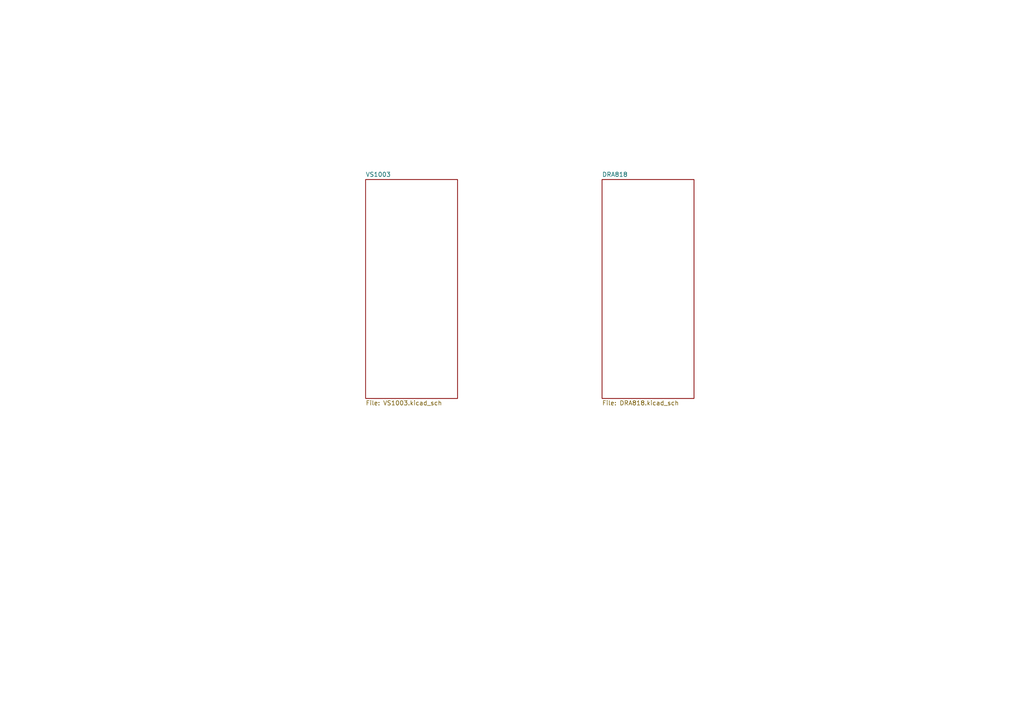
<source format=kicad_sch>
(kicad_sch (version 20211123) (generator eeschema)
  (paper "A4")
  (title_block (title "APRN Modem") (date "2022-08-01") (rev "${REVISION}") (company "Kitsune Scientific") (comment 4 "Release: ${FULL_REVISION}"))
  (lib_symbols)
  (sheet (at 174.625 52.07) (size 26.67 63.5) (stroke (width 0.1524))
    (property "Sheet name" "DRA818" (at 174.625 51.3584 0) (effects (justify left bottom)))
    (property "Sheet file" "DRA818.kicad_sch" (at 174.625 116.1546 0) (effects (justify left top)))
  )
  (sheet (at 106.045 52.07) (size 26.67 63.5) (stroke (width 0.1524))
    (property "Sheet name" "VS1003" (at 106.045 51.3584 0) (effects (justify left bottom)))
    (property "Sheet file" "VS1003.kicad_sch" (at 106.045 116.1546 0) (effects (justify left top)))
  )
)
</source>
